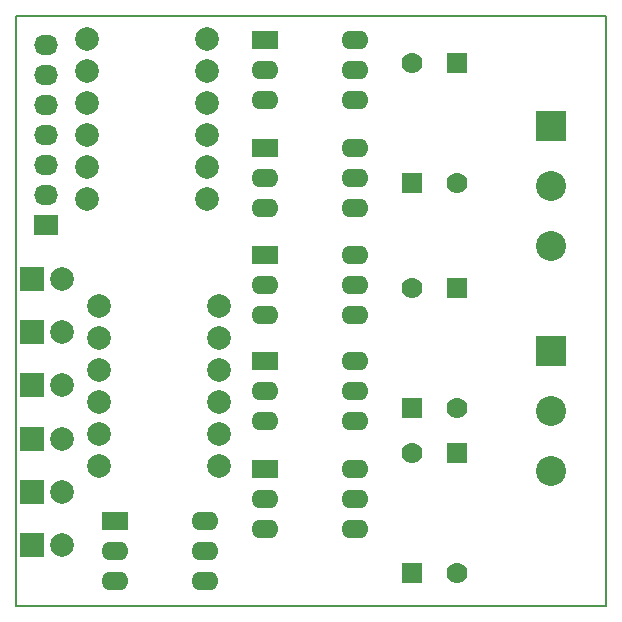
<source format=gts>
G04 #@! TF.FileFunction,Soldermask,Top*
%FSLAX46Y46*%
G04 Gerber Fmt 4.6, Leading zero omitted, Abs format (unit mm)*
G04 Created by KiCad (PCBNEW (2015-09-12 BZR 6188)-product) date sam. 10 oct. 2015 11:50:57 CEST*
%MOMM*%
G01*
G04 APERTURE LIST*
%ADD10C,0.800000*%
%ADD11C,0.150000*%
%ADD12R,2.286000X1.574800*%
%ADD13O,2.286000X1.574800*%
%ADD14R,2.000000X2.000000*%
%ADD15C,2.000000*%
%ADD16R,2.540000X2.540000*%
%ADD17C,2.540000*%
%ADD18R,2.032000X1.727200*%
%ADD19O,2.032000X1.727200*%
%ADD20C,1.998980*%
%ADD21C,1.778000*%
%ADD22R,1.778000X1.778000*%
G04 APERTURE END LIST*
D10*
D11*
X27400000Y-23900000D02*
X77400000Y-23900000D01*
X27400000Y-73900000D02*
X27400000Y-23900000D01*
X77400000Y-73900000D02*
X27400000Y-73900000D01*
X77400000Y-23900000D02*
X77400000Y-73900000D01*
D12*
X48490000Y-25960000D03*
D13*
X48490000Y-28500000D03*
X48490000Y-31040000D03*
X56110000Y-31040000D03*
X56110000Y-28500000D03*
X56110000Y-25960000D03*
D12*
X48490000Y-35060000D03*
D13*
X48490000Y-37600000D03*
X48490000Y-40140000D03*
X56110000Y-40140000D03*
X56110000Y-37600000D03*
X56110000Y-35060000D03*
D12*
X48490000Y-44160000D03*
D13*
X48490000Y-46700000D03*
X48490000Y-49240000D03*
X56110000Y-49240000D03*
X56110000Y-46700000D03*
X56110000Y-44160000D03*
D12*
X48490000Y-53160000D03*
D13*
X48490000Y-55700000D03*
X48490000Y-58240000D03*
X56110000Y-58240000D03*
X56110000Y-55700000D03*
X56110000Y-53160000D03*
D12*
X48490000Y-62260000D03*
D13*
X48490000Y-64800000D03*
X48490000Y-67340000D03*
X56110000Y-67340000D03*
X56110000Y-64800000D03*
X56110000Y-62260000D03*
D12*
X35790000Y-66660000D03*
D13*
X35790000Y-69200000D03*
X35790000Y-71740000D03*
X43410000Y-71740000D03*
X43410000Y-69200000D03*
X43410000Y-66660000D03*
D14*
X28760000Y-46200000D03*
D15*
X31300000Y-46200000D03*
D14*
X28760000Y-55200000D03*
D15*
X31300000Y-55200000D03*
D14*
X28760000Y-64200000D03*
D15*
X31300000Y-64200000D03*
D14*
X28760000Y-50700000D03*
D15*
X31300000Y-50700000D03*
D14*
X28760000Y-59700000D03*
D15*
X31300000Y-59700000D03*
D14*
X28760000Y-68700000D03*
D15*
X31300000Y-68700000D03*
D16*
X72700000Y-52320000D03*
D17*
X72700000Y-57400000D03*
X72700000Y-62480000D03*
D18*
X30000000Y-41600000D03*
D19*
X30000000Y-39060000D03*
X30000000Y-36520000D03*
X30000000Y-33980000D03*
X30000000Y-31440000D03*
X30000000Y-28900000D03*
X30000000Y-26360000D03*
D20*
X43580000Y-25900000D03*
X33420000Y-25900000D03*
X43580000Y-28600000D03*
X33420000Y-28600000D03*
X43580000Y-31300000D03*
X33420000Y-31300000D03*
X43580000Y-34000000D03*
X33420000Y-34000000D03*
X43580000Y-36700000D03*
X33420000Y-36700000D03*
X43580000Y-39400000D03*
X33420000Y-39400000D03*
X44580000Y-51200000D03*
X34420000Y-51200000D03*
X44580000Y-56600000D03*
X34420000Y-56600000D03*
X44580000Y-62000000D03*
X34420000Y-62000000D03*
X44580000Y-48500000D03*
X34420000Y-48500000D03*
X44580000Y-53900000D03*
X34420000Y-53900000D03*
X44580000Y-59300000D03*
X34420000Y-59300000D03*
D16*
X72700000Y-33220000D03*
D17*
X72700000Y-38300000D03*
X72700000Y-43380000D03*
D21*
X60960000Y-27940000D03*
D22*
X60960000Y-38100000D03*
D21*
X64770000Y-38100000D03*
D22*
X64770000Y-27940000D03*
D21*
X60960000Y-46990000D03*
D22*
X60960000Y-57150000D03*
D21*
X64770000Y-57150000D03*
D22*
X64770000Y-46990000D03*
D21*
X60960000Y-60960000D03*
D22*
X60960000Y-71120000D03*
D21*
X64770000Y-71120000D03*
D22*
X64770000Y-60960000D03*
M02*

</source>
